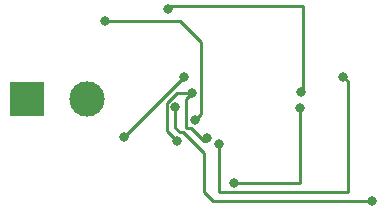
<source format=gbr>
%TF.GenerationSoftware,KiCad,Pcbnew,(6.0.10-0)*%
%TF.CreationDate,2023-02-17T12:23:12-08:00*%
%TF.ProjectId,exercise 4-2,65786572-6369-4736-9520-342d322e6b69,rev?*%
%TF.SameCoordinates,Original*%
%TF.FileFunction,Copper,L2,Bot*%
%TF.FilePolarity,Positive*%
%FSLAX46Y46*%
G04 Gerber Fmt 4.6, Leading zero omitted, Abs format (unit mm)*
G04 Created by KiCad (PCBNEW (6.0.10-0)) date 2023-02-17 12:23:12*
%MOMM*%
%LPD*%
G01*
G04 APERTURE LIST*
%TA.AperFunction,ComponentPad*%
%ADD10R,3.000000X3.000000*%
%TD*%
%TA.AperFunction,ComponentPad*%
%ADD11C,3.000000*%
%TD*%
%TA.AperFunction,ViaPad*%
%ADD12C,0.800000*%
%TD*%
%TA.AperFunction,Conductor*%
%ADD13C,0.250000*%
%TD*%
G04 APERTURE END LIST*
D10*
%TO.P,J1,1,Pin_1*%
%TO.N,+9V*%
X124460000Y-71120000D03*
D11*
%TO.P,J1,2,Pin_2*%
%TO.N,GND*%
X129540000Y-71120000D03*
%TD*%
D12*
%TO.N,/pin_2*%
X139700000Y-74422000D03*
X141986000Y-78232000D03*
X137160000Y-74676000D03*
X138430000Y-70612000D03*
X147574000Y-71882000D03*
%TO.N,GND*%
X132715000Y-74295000D03*
X137795000Y-69215000D03*
%TO.N,+9V*%
X138684000Y-72898000D03*
X151257000Y-69215000D03*
X131064000Y-64516000D03*
X140716000Y-74930000D03*
%TO.N,/pin_7*%
X136398000Y-63500000D03*
X147701000Y-70485000D03*
%TO.N,/pin_3*%
X137033000Y-71755000D03*
X153690000Y-79736000D03*
%TD*%
D13*
%TO.N,/pin_2*%
X136308000Y-73824000D02*
X136308000Y-71454695D01*
X137160000Y-74676000D02*
X136308000Y-73824000D01*
X138430000Y-70612000D02*
X137959000Y-71083000D01*
X147574000Y-71882000D02*
X147574000Y-78232000D01*
X137150695Y-70612000D02*
X138430000Y-70612000D01*
X139446000Y-74676000D02*
X139700000Y-74422000D01*
X138338604Y-73568604D02*
X139446000Y-74676000D01*
X147574000Y-78232000D02*
X141986000Y-78232000D01*
X137959000Y-71083000D02*
X137959000Y-73568604D01*
X136308000Y-71454695D02*
X137150695Y-70612000D01*
X137959000Y-73568604D02*
X138338604Y-73568604D01*
%TO.N,GND*%
X132715000Y-74295000D02*
X137795000Y-69215000D01*
%TO.N,+9V*%
X137414000Y-64516000D02*
X131064000Y-64516000D01*
X139192000Y-66294000D02*
X137414000Y-64516000D01*
X138684000Y-72898000D02*
X139192000Y-72390000D01*
X140716000Y-74930000D02*
X140716000Y-78994000D01*
X139192000Y-72390000D02*
X139192000Y-66294000D01*
X151638000Y-78994000D02*
X151638000Y-69596000D01*
X140716000Y-78994000D02*
X151638000Y-78994000D01*
X151638000Y-69596000D02*
X151257000Y-69215000D01*
%TO.N,/pin_7*%
X136652000Y-63246000D02*
X136398000Y-63500000D01*
X147701000Y-70485000D02*
X147828000Y-70358000D01*
X147828000Y-63246000D02*
X136652000Y-63246000D01*
X147828000Y-70358000D02*
X147828000Y-63246000D01*
%TO.N,/pin_3*%
X139446000Y-78994000D02*
X139446000Y-75692000D01*
X137033000Y-73533000D02*
X137033000Y-71755000D01*
X139446000Y-75692000D02*
X137668000Y-73914000D01*
X153690000Y-79736000D02*
X140188000Y-79736000D01*
X137414000Y-73914000D02*
X137033000Y-73533000D01*
X137668000Y-73914000D02*
X137414000Y-73914000D01*
X140188000Y-79736000D02*
X139446000Y-78994000D01*
%TD*%
M02*

</source>
